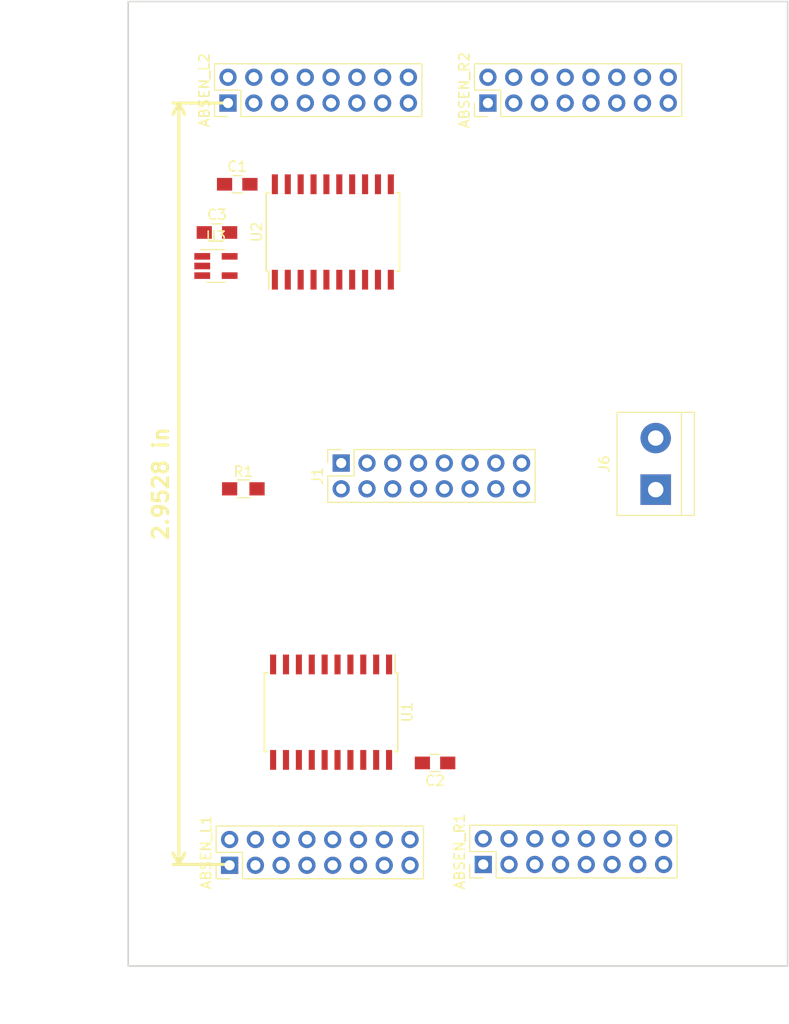
<source format=kicad_pcb>
(kicad_pcb (version 4) (host pcbnew 4.0.7)

  (general
    (links 87)
    (no_connects 42)
    (area 72.150001 44.924999 140.075001 140.075001)
    (thickness 1.6)
    (drawings 7)
    (tracks 7)
    (zones 0)
    (modules 13)
    (nets 48)
  )

  (page A4)
  (layers
    (0 F.Cu signal)
    (31 B.Cu signal)
    (32 B.Adhes user)
    (33 F.Adhes user)
    (34 B.Paste user)
    (35 F.Paste user)
    (36 B.SilkS user)
    (37 F.SilkS user)
    (38 B.Mask user)
    (39 F.Mask user)
    (40 Dwgs.User user)
    (41 Cmts.User user)
    (42 Eco1.User user)
    (43 Eco2.User user)
    (44 Edge.Cuts user)
    (45 Margin user)
    (46 B.CrtYd user)
    (47 F.CrtYd user)
    (48 B.Fab user)
    (49 F.Fab user)
  )

  (setup
    (last_trace_width 0.25)
    (trace_clearance 0.3)
    (zone_clearance 0.508)
    (zone_45_only no)
    (trace_min 0.2)
    (segment_width 0.2)
    (edge_width 0.15)
    (via_size 0.7)
    (via_drill 0.3)
    (via_min_size 0.4)
    (via_min_drill 0.3)
    (uvia_size 0.3)
    (uvia_drill 0.1)
    (uvias_allowed no)
    (uvia_min_size 0.2)
    (uvia_min_drill 0.1)
    (pcb_text_width 0.3)
    (pcb_text_size 1.5 1.5)
    (mod_edge_width 0.15)
    (mod_text_size 1 1)
    (mod_text_width 0.15)
    (pad_size 1.524 1.524)
    (pad_drill 0.762)
    (pad_to_mask_clearance 0.2)
    (aux_axis_origin 75 45)
    (visible_elements 7FFFFFFF)
    (pcbplotparams
      (layerselection 0x00030_80000001)
      (usegerberextensions false)
      (excludeedgelayer true)
      (linewidth 0.100000)
      (plotframeref false)
      (viasonmask false)
      (mode 1)
      (useauxorigin false)
      (hpglpennumber 1)
      (hpglpenspeed 20)
      (hpglpendiameter 15)
      (hpglpenoverlay 2)
      (psnegative false)
      (psa4output false)
      (plotreference true)
      (plotvalue true)
      (plotinvisibletext false)
      (padsonsilk false)
      (subtractmaskfromsilk false)
      (outputformat 1)
      (mirror false)
      (drillshape 1)
      (scaleselection 1)
      (outputdirectory ""))
  )

  (net 0 "")
  (net 1 GND)
  (net 2 "Net-(J1-Pad11)")
  (net 3 /R1)
  (net 4 /G1)
  (net 5 /B1)
  (net 6 /A)
  (net 7 /B)
  (net 8 /C)
  (net 9 /CLK1)
  (net 10 /LATCH1)
  (net 11 /OE1)
  (net 12 +5V)
  (net 13 /CLK2)
  (net 14 /LATCH2)
  (net 15 /OE2)
  (net 16 /R2)
  (net 17 /G2)
  (net 18 /B2)
  (net 19 /LATCH)
  (net 20 /CLK)
  (net 21 /OE)
  (net 22 /LOW)
  (net 23 "Net-(U1-Pad5)")
  (net 24 "Net-(U1-Pad6)")
  (net 25 "Net-(U1-Pad7)")
  (net 26 "Net-(U1-Pad8)")
  (net 27 "Net-(U1-Pad9)")
  (net 28 "Net-(U1-Pad11)")
  (net 29 "Net-(U1-Pad12)")
  (net 30 "Net-(U1-Pad13)")
  (net 31 "Net-(U1-Pad14)")
  (net 32 "Net-(U1-Pad15)")
  (net 33 "Net-(U2-Pad5)")
  (net 34 "Net-(U2-Pad6)")
  (net 35 "Net-(U2-Pad7)")
  (net 36 "Net-(U2-Pad8)")
  (net 37 "Net-(U2-Pad9)")
  (net 38 "Net-(U2-Pad11)")
  (net 39 "Net-(U2-Pad12)")
  (net 40 "Net-(U2-Pad13)")
  (net 41 "Net-(U2-Pad14)")
  (net 42 "Net-(U2-Pad15)")
  (net 43 "Net-(U2-Pad19)")
  (net 44 "Net-(ABSEN_L1-Pad7)")
  (net 45 "Net-(ABSEN_L2-Pad7)")
  (net 46 "Net-(ABSEN_R1-Pad7)")
  (net 47 "Net-(ABSEN_R2-Pad7)")

  (net_class Default "This is the default net class."
    (clearance 0.3)
    (trace_width 0.25)
    (via_dia 0.7)
    (via_drill 0.3)
    (uvia_dia 0.3)
    (uvia_drill 0.1)
    (add_net /A)
    (add_net /B)
    (add_net /B1)
    (add_net /B2)
    (add_net /C)
    (add_net /CLK)
    (add_net /CLK1)
    (add_net /CLK2)
    (add_net /G1)
    (add_net /G2)
    (add_net /LATCH)
    (add_net /LATCH1)
    (add_net /LATCH2)
    (add_net /LOW)
    (add_net /OE)
    (add_net /OE1)
    (add_net /OE2)
    (add_net /R1)
    (add_net /R2)
    (add_net "Net-(ABSEN_L1-Pad7)")
    (add_net "Net-(ABSEN_L2-Pad7)")
    (add_net "Net-(ABSEN_R1-Pad7)")
    (add_net "Net-(ABSEN_R2-Pad7)")
    (add_net "Net-(J1-Pad11)")
    (add_net "Net-(U1-Pad11)")
    (add_net "Net-(U1-Pad12)")
    (add_net "Net-(U1-Pad13)")
    (add_net "Net-(U1-Pad14)")
    (add_net "Net-(U1-Pad15)")
    (add_net "Net-(U1-Pad5)")
    (add_net "Net-(U1-Pad6)")
    (add_net "Net-(U1-Pad7)")
    (add_net "Net-(U1-Pad8)")
    (add_net "Net-(U1-Pad9)")
    (add_net "Net-(U2-Pad11)")
    (add_net "Net-(U2-Pad12)")
    (add_net "Net-(U2-Pad13)")
    (add_net "Net-(U2-Pad14)")
    (add_net "Net-(U2-Pad15)")
    (add_net "Net-(U2-Pad19)")
    (add_net "Net-(U2-Pad5)")
    (add_net "Net-(U2-Pad6)")
    (add_net "Net-(U2-Pad7)")
    (add_net "Net-(U2-Pad8)")
    (add_net "Net-(U2-Pad9)")
  )

  (net_class PWR ""
    (clearance 0.3)
    (trace_width 0.5)
    (via_dia 0.7)
    (via_drill 0.3)
    (uvia_dia 0.3)
    (uvia_drill 0.1)
    (add_net +5V)
    (add_net GND)
  )

  (module Pin_Headers:Pin_Header_Straight_2x08_Pitch2.54mm (layer F.Cu) (tedit 59650532) (tstamp 5A8EE4F7)
    (at 110 130 90)
    (descr "Through hole straight pin header, 2x08, 2.54mm pitch, double rows")
    (tags "Through hole pin header THT 2x08 2.54mm double row")
    (path /5A8EFB27)
    (fp_text reference ABSEN_R1 (at 1.27 -2.33 90) (layer F.SilkS)
      (effects (font (size 1 1) (thickness 0.15)))
    )
    (fp_text value ABSEN_OUT (at 1.27 20.11 90) (layer F.Fab)
      (effects (font (size 1 1) (thickness 0.15)))
    )
    (fp_line (start 0 -1.27) (end 3.81 -1.27) (layer F.Fab) (width 0.1))
    (fp_line (start 3.81 -1.27) (end 3.81 19.05) (layer F.Fab) (width 0.1))
    (fp_line (start 3.81 19.05) (end -1.27 19.05) (layer F.Fab) (width 0.1))
    (fp_line (start -1.27 19.05) (end -1.27 0) (layer F.Fab) (width 0.1))
    (fp_line (start -1.27 0) (end 0 -1.27) (layer F.Fab) (width 0.1))
    (fp_line (start -1.33 19.11) (end 3.87 19.11) (layer F.SilkS) (width 0.12))
    (fp_line (start -1.33 1.27) (end -1.33 19.11) (layer F.SilkS) (width 0.12))
    (fp_line (start 3.87 -1.33) (end 3.87 19.11) (layer F.SilkS) (width 0.12))
    (fp_line (start -1.33 1.27) (end 1.27 1.27) (layer F.SilkS) (width 0.12))
    (fp_line (start 1.27 1.27) (end 1.27 -1.33) (layer F.SilkS) (width 0.12))
    (fp_line (start 1.27 -1.33) (end 3.87 -1.33) (layer F.SilkS) (width 0.12))
    (fp_line (start -1.33 0) (end -1.33 -1.33) (layer F.SilkS) (width 0.12))
    (fp_line (start -1.33 -1.33) (end 0 -1.33) (layer F.SilkS) (width 0.12))
    (fp_line (start -1.8 -1.8) (end -1.8 19.55) (layer F.CrtYd) (width 0.05))
    (fp_line (start -1.8 19.55) (end 4.35 19.55) (layer F.CrtYd) (width 0.05))
    (fp_line (start 4.35 19.55) (end 4.35 -1.8) (layer F.CrtYd) (width 0.05))
    (fp_line (start 4.35 -1.8) (end -1.8 -1.8) (layer F.CrtYd) (width 0.05))
    (fp_text user %R (at 1.27 8.89 180) (layer F.Fab)
      (effects (font (size 1 1) (thickness 0.15)))
    )
    (pad 1 thru_hole rect (at 0 0 90) (size 1.7 1.7) (drill 1) (layers *.Cu *.Mask)
      (net 16 /R2))
    (pad 2 thru_hole oval (at 2.54 0 90) (size 1.7 1.7) (drill 1) (layers *.Cu *.Mask)
      (net 17 /G2))
    (pad 3 thru_hole oval (at 0 2.54 90) (size 1.7 1.7) (drill 1) (layers *.Cu *.Mask)
      (net 18 /B2))
    (pad 4 thru_hole oval (at 2.54 2.54 90) (size 1.7 1.7) (drill 1) (layers *.Cu *.Mask)
      (net 1 GND))
    (pad 5 thru_hole oval (at 0 5.08 90) (size 1.7 1.7) (drill 1) (layers *.Cu *.Mask)
      (net 6 /A))
    (pad 6 thru_hole oval (at 2.54 5.08 90) (size 1.7 1.7) (drill 1) (layers *.Cu *.Mask)
      (net 7 /B))
    (pad 7 thru_hole oval (at 0 7.62 90) (size 1.7 1.7) (drill 1) (layers *.Cu *.Mask)
      (net 46 "Net-(ABSEN_R1-Pad7)"))
    (pad 8 thru_hole oval (at 2.54 7.62 90) (size 1.7 1.7) (drill 1) (layers *.Cu *.Mask)
      (net 9 /CLK1))
    (pad 9 thru_hole oval (at 0 10.16 90) (size 1.7 1.7) (drill 1) (layers *.Cu *.Mask)
      (net 10 /LATCH1))
    (pad 10 thru_hole oval (at 2.54 10.16 90) (size 1.7 1.7) (drill 1) (layers *.Cu *.Mask)
      (net 11 /OE1))
    (pad 11 thru_hole oval (at 0 12.7 90) (size 1.7 1.7) (drill 1) (layers *.Cu *.Mask)
      (net 12 +5V))
    (pad 12 thru_hole oval (at 2.54 12.7 90) (size 1.7 1.7) (drill 1) (layers *.Cu *.Mask)
      (net 1 GND))
    (pad 13 thru_hole oval (at 0 15.24 90) (size 1.7 1.7) (drill 1) (layers *.Cu *.Mask)
      (net 12 +5V))
    (pad 14 thru_hole oval (at 2.54 15.24 90) (size 1.7 1.7) (drill 1) (layers *.Cu *.Mask)
      (net 1 GND))
    (pad 15 thru_hole oval (at 0 17.78 90) (size 1.7 1.7) (drill 1) (layers *.Cu *.Mask)
      (net 12 +5V))
    (pad 16 thru_hole oval (at 2.54 17.78 90) (size 1.7 1.7) (drill 1) (layers *.Cu *.Mask)
      (net 1 GND))
    (model ${KISYS3DMOD}/Pin_Headers.3dshapes/Pin_Header_Straight_2x08_Pitch2.54mm.wrl
      (at (xyz 0 0 0))
      (scale (xyz 1 1 1))
      (rotate (xyz 0 0 0))
    )
  )

  (module Pin_Headers:Pin_Header_Straight_2x08_Pitch2.54mm (layer F.Cu) (tedit 59650532) (tstamp 5A8EE4AB)
    (at 85 130.08 90)
    (descr "Through hole straight pin header, 2x08, 2.54mm pitch, double rows")
    (tags "Through hole pin header THT 2x08 2.54mm double row")
    (path /5A8EF60A)
    (fp_text reference ABSEN_L1 (at 1.27 -2.33 90) (layer F.SilkS)
      (effects (font (size 1 1) (thickness 0.15)))
    )
    (fp_text value ABSEN_OUT (at 1.27 20.11 90) (layer F.Fab)
      (effects (font (size 1 1) (thickness 0.15)))
    )
    (fp_line (start 0 -1.27) (end 3.81 -1.27) (layer F.Fab) (width 0.1))
    (fp_line (start 3.81 -1.27) (end 3.81 19.05) (layer F.Fab) (width 0.1))
    (fp_line (start 3.81 19.05) (end -1.27 19.05) (layer F.Fab) (width 0.1))
    (fp_line (start -1.27 19.05) (end -1.27 0) (layer F.Fab) (width 0.1))
    (fp_line (start -1.27 0) (end 0 -1.27) (layer F.Fab) (width 0.1))
    (fp_line (start -1.33 19.11) (end 3.87 19.11) (layer F.SilkS) (width 0.12))
    (fp_line (start -1.33 1.27) (end -1.33 19.11) (layer F.SilkS) (width 0.12))
    (fp_line (start 3.87 -1.33) (end 3.87 19.11) (layer F.SilkS) (width 0.12))
    (fp_line (start -1.33 1.27) (end 1.27 1.27) (layer F.SilkS) (width 0.12))
    (fp_line (start 1.27 1.27) (end 1.27 -1.33) (layer F.SilkS) (width 0.12))
    (fp_line (start 1.27 -1.33) (end 3.87 -1.33) (layer F.SilkS) (width 0.12))
    (fp_line (start -1.33 0) (end -1.33 -1.33) (layer F.SilkS) (width 0.12))
    (fp_line (start -1.33 -1.33) (end 0 -1.33) (layer F.SilkS) (width 0.12))
    (fp_line (start -1.8 -1.8) (end -1.8 19.55) (layer F.CrtYd) (width 0.05))
    (fp_line (start -1.8 19.55) (end 4.35 19.55) (layer F.CrtYd) (width 0.05))
    (fp_line (start 4.35 19.55) (end 4.35 -1.8) (layer F.CrtYd) (width 0.05))
    (fp_line (start 4.35 -1.8) (end -1.8 -1.8) (layer F.CrtYd) (width 0.05))
    (fp_text user %R (at 1.27 8.89 180) (layer F.Fab)
      (effects (font (size 1 1) (thickness 0.15)))
    )
    (pad 1 thru_hole rect (at 0 0 90) (size 1.7 1.7) (drill 1) (layers *.Cu *.Mask)
      (net 3 /R1))
    (pad 2 thru_hole oval (at 2.54 0 90) (size 1.7 1.7) (drill 1) (layers *.Cu *.Mask)
      (net 4 /G1))
    (pad 3 thru_hole oval (at 0 2.54 90) (size 1.7 1.7) (drill 1) (layers *.Cu *.Mask)
      (net 5 /B1))
    (pad 4 thru_hole oval (at 2.54 2.54 90) (size 1.7 1.7) (drill 1) (layers *.Cu *.Mask)
      (net 1 GND))
    (pad 5 thru_hole oval (at 0 5.08 90) (size 1.7 1.7) (drill 1) (layers *.Cu *.Mask)
      (net 6 /A))
    (pad 6 thru_hole oval (at 2.54 5.08 90) (size 1.7 1.7) (drill 1) (layers *.Cu *.Mask)
      (net 7 /B))
    (pad 7 thru_hole oval (at 0 7.62 90) (size 1.7 1.7) (drill 1) (layers *.Cu *.Mask)
      (net 44 "Net-(ABSEN_L1-Pad7)"))
    (pad 8 thru_hole oval (at 2.54 7.62 90) (size 1.7 1.7) (drill 1) (layers *.Cu *.Mask)
      (net 9 /CLK1))
    (pad 9 thru_hole oval (at 0 10.16 90) (size 1.7 1.7) (drill 1) (layers *.Cu *.Mask)
      (net 10 /LATCH1))
    (pad 10 thru_hole oval (at 2.54 10.16 90) (size 1.7 1.7) (drill 1) (layers *.Cu *.Mask)
      (net 11 /OE1))
    (pad 11 thru_hole oval (at 0 12.7 90) (size 1.7 1.7) (drill 1) (layers *.Cu *.Mask)
      (net 12 +5V))
    (pad 12 thru_hole oval (at 2.54 12.7 90) (size 1.7 1.7) (drill 1) (layers *.Cu *.Mask)
      (net 1 GND))
    (pad 13 thru_hole oval (at 0 15.24 90) (size 1.7 1.7) (drill 1) (layers *.Cu *.Mask)
      (net 12 +5V))
    (pad 14 thru_hole oval (at 2.54 15.24 90) (size 1.7 1.7) (drill 1) (layers *.Cu *.Mask)
      (net 1 GND))
    (pad 15 thru_hole oval (at 0 17.78 90) (size 1.7 1.7) (drill 1) (layers *.Cu *.Mask)
      (net 12 +5V))
    (pad 16 thru_hole oval (at 2.54 17.78 90) (size 1.7 1.7) (drill 1) (layers *.Cu *.Mask)
      (net 1 GND))
    (model ${KISYS3DMOD}/Pin_Headers.3dshapes/Pin_Header_Straight_2x08_Pitch2.54mm.wrl
      (at (xyz 0 0 0))
      (scale (xyz 1 1 1))
      (rotate (xyz 0 0 0))
    )
  )

  (module Pin_Headers:Pin_Header_Straight_2x08_Pitch2.54mm (layer F.Cu) (tedit 59650532) (tstamp 5A8EE51D)
    (at 110.46 55 90)
    (descr "Through hole straight pin header, 2x08, 2.54mm pitch, double rows")
    (tags "Through hole pin header THT 2x08 2.54mm double row")
    (path /5A8EFBE2)
    (fp_text reference ABSEN_R2 (at 1.27 -2.33 90) (layer F.SilkS)
      (effects (font (size 1 1) (thickness 0.15)))
    )
    (fp_text value ABSEN_OUT (at 1.27 20.11 90) (layer F.Fab)
      (effects (font (size 1 1) (thickness 0.15)))
    )
    (fp_line (start 0 -1.27) (end 3.81 -1.27) (layer F.Fab) (width 0.1))
    (fp_line (start 3.81 -1.27) (end 3.81 19.05) (layer F.Fab) (width 0.1))
    (fp_line (start 3.81 19.05) (end -1.27 19.05) (layer F.Fab) (width 0.1))
    (fp_line (start -1.27 19.05) (end -1.27 0) (layer F.Fab) (width 0.1))
    (fp_line (start -1.27 0) (end 0 -1.27) (layer F.Fab) (width 0.1))
    (fp_line (start -1.33 19.11) (end 3.87 19.11) (layer F.SilkS) (width 0.12))
    (fp_line (start -1.33 1.27) (end -1.33 19.11) (layer F.SilkS) (width 0.12))
    (fp_line (start 3.87 -1.33) (end 3.87 19.11) (layer F.SilkS) (width 0.12))
    (fp_line (start -1.33 1.27) (end 1.27 1.27) (layer F.SilkS) (width 0.12))
    (fp_line (start 1.27 1.27) (end 1.27 -1.33) (layer F.SilkS) (width 0.12))
    (fp_line (start 1.27 -1.33) (end 3.87 -1.33) (layer F.SilkS) (width 0.12))
    (fp_line (start -1.33 0) (end -1.33 -1.33) (layer F.SilkS) (width 0.12))
    (fp_line (start -1.33 -1.33) (end 0 -1.33) (layer F.SilkS) (width 0.12))
    (fp_line (start -1.8 -1.8) (end -1.8 19.55) (layer F.CrtYd) (width 0.05))
    (fp_line (start -1.8 19.55) (end 4.35 19.55) (layer F.CrtYd) (width 0.05))
    (fp_line (start 4.35 19.55) (end 4.35 -1.8) (layer F.CrtYd) (width 0.05))
    (fp_line (start 4.35 -1.8) (end -1.8 -1.8) (layer F.CrtYd) (width 0.05))
    (fp_text user %R (at 1.27 8.89 180) (layer F.Fab)
      (effects (font (size 1 1) (thickness 0.15)))
    )
    (pad 1 thru_hole rect (at 0 0 90) (size 1.7 1.7) (drill 1) (layers *.Cu *.Mask)
      (net 16 /R2))
    (pad 2 thru_hole oval (at 2.54 0 90) (size 1.7 1.7) (drill 1) (layers *.Cu *.Mask)
      (net 17 /G2))
    (pad 3 thru_hole oval (at 0 2.54 90) (size 1.7 1.7) (drill 1) (layers *.Cu *.Mask)
      (net 18 /B2))
    (pad 4 thru_hole oval (at 2.54 2.54 90) (size 1.7 1.7) (drill 1) (layers *.Cu *.Mask)
      (net 1 GND))
    (pad 5 thru_hole oval (at 0 5.08 90) (size 1.7 1.7) (drill 1) (layers *.Cu *.Mask)
      (net 6 /A))
    (pad 6 thru_hole oval (at 2.54 5.08 90) (size 1.7 1.7) (drill 1) (layers *.Cu *.Mask)
      (net 7 /B))
    (pad 7 thru_hole oval (at 0 7.62 90) (size 1.7 1.7) (drill 1) (layers *.Cu *.Mask)
      (net 47 "Net-(ABSEN_R2-Pad7)"))
    (pad 8 thru_hole oval (at 2.54 7.62 90) (size 1.7 1.7) (drill 1) (layers *.Cu *.Mask)
      (net 13 /CLK2))
    (pad 9 thru_hole oval (at 0 10.16 90) (size 1.7 1.7) (drill 1) (layers *.Cu *.Mask)
      (net 14 /LATCH2))
    (pad 10 thru_hole oval (at 2.54 10.16 90) (size 1.7 1.7) (drill 1) (layers *.Cu *.Mask)
      (net 15 /OE2))
    (pad 11 thru_hole oval (at 0 12.7 90) (size 1.7 1.7) (drill 1) (layers *.Cu *.Mask)
      (net 12 +5V))
    (pad 12 thru_hole oval (at 2.54 12.7 90) (size 1.7 1.7) (drill 1) (layers *.Cu *.Mask)
      (net 1 GND))
    (pad 13 thru_hole oval (at 0 15.24 90) (size 1.7 1.7) (drill 1) (layers *.Cu *.Mask)
      (net 12 +5V))
    (pad 14 thru_hole oval (at 2.54 15.24 90) (size 1.7 1.7) (drill 1) (layers *.Cu *.Mask)
      (net 1 GND))
    (pad 15 thru_hole oval (at 0 17.78 90) (size 1.7 1.7) (drill 1) (layers *.Cu *.Mask)
      (net 12 +5V))
    (pad 16 thru_hole oval (at 2.54 17.78 90) (size 1.7 1.7) (drill 1) (layers *.Cu *.Mask)
      (net 1 GND))
    (model ${KISYS3DMOD}/Pin_Headers.3dshapes/Pin_Header_Straight_2x08_Pitch2.54mm.wrl
      (at (xyz 0 0 0))
      (scale (xyz 1 1 1))
      (rotate (xyz 0 0 0))
    )
  )

  (module Pin_Headers:Pin_Header_Straight_2x08_Pitch2.54mm locked (layer F.Cu) (tedit 59650532) (tstamp 5A8EE4D1)
    (at 84.84 55 90)
    (descr "Through hole straight pin header, 2x08, 2.54mm pitch, double rows")
    (tags "Through hole pin header THT 2x08 2.54mm double row")
    (path /5A8EF822)
    (fp_text reference ABSEN_L2 (at 1.27 -2.33 90) (layer F.SilkS)
      (effects (font (size 1 1) (thickness 0.15)))
    )
    (fp_text value ABSEN_OUT (at 1.27 20.11 90) (layer F.Fab)
      (effects (font (size 1 1) (thickness 0.15)))
    )
    (fp_line (start 0 -1.27) (end 3.81 -1.27) (layer F.Fab) (width 0.1))
    (fp_line (start 3.81 -1.27) (end 3.81 19.05) (layer F.Fab) (width 0.1))
    (fp_line (start 3.81 19.05) (end -1.27 19.05) (layer F.Fab) (width 0.1))
    (fp_line (start -1.27 19.05) (end -1.27 0) (layer F.Fab) (width 0.1))
    (fp_line (start -1.27 0) (end 0 -1.27) (layer F.Fab) (width 0.1))
    (fp_line (start -1.33 19.11) (end 3.87 19.11) (layer F.SilkS) (width 0.12))
    (fp_line (start -1.33 1.27) (end -1.33 19.11) (layer F.SilkS) (width 0.12))
    (fp_line (start 3.87 -1.33) (end 3.87 19.11) (layer F.SilkS) (width 0.12))
    (fp_line (start -1.33 1.27) (end 1.27 1.27) (layer F.SilkS) (width 0.12))
    (fp_line (start 1.27 1.27) (end 1.27 -1.33) (layer F.SilkS) (width 0.12))
    (fp_line (start 1.27 -1.33) (end 3.87 -1.33) (layer F.SilkS) (width 0.12))
    (fp_line (start -1.33 0) (end -1.33 -1.33) (layer F.SilkS) (width 0.12))
    (fp_line (start -1.33 -1.33) (end 0 -1.33) (layer F.SilkS) (width 0.12))
    (fp_line (start -1.8 -1.8) (end -1.8 19.55) (layer F.CrtYd) (width 0.05))
    (fp_line (start -1.8 19.55) (end 4.35 19.55) (layer F.CrtYd) (width 0.05))
    (fp_line (start 4.35 19.55) (end 4.35 -1.8) (layer F.CrtYd) (width 0.05))
    (fp_line (start 4.35 -1.8) (end -1.8 -1.8) (layer F.CrtYd) (width 0.05))
    (fp_text user %R (at 1.27 8.89 180) (layer F.Fab)
      (effects (font (size 1 1) (thickness 0.15)))
    )
    (pad 1 thru_hole rect (at 0 0 90) (size 1.7 1.7) (drill 1) (layers *.Cu *.Mask)
      (net 3 /R1))
    (pad 2 thru_hole oval (at 2.54 0 90) (size 1.7 1.7) (drill 1) (layers *.Cu *.Mask)
      (net 4 /G1))
    (pad 3 thru_hole oval (at 0 2.54 90) (size 1.7 1.7) (drill 1) (layers *.Cu *.Mask)
      (net 5 /B1))
    (pad 4 thru_hole oval (at 2.54 2.54 90) (size 1.7 1.7) (drill 1) (layers *.Cu *.Mask)
      (net 1 GND))
    (pad 5 thru_hole oval (at 0 5.08 90) (size 1.7 1.7) (drill 1) (layers *.Cu *.Mask)
      (net 6 /A))
    (pad 6 thru_hole oval (at 2.54 5.08 90) (size 1.7 1.7) (drill 1) (layers *.Cu *.Mask)
      (net 7 /B))
    (pad 7 thru_hole oval (at 0 7.62 90) (size 1.7 1.7) (drill 1) (layers *.Cu *.Mask)
      (net 45 "Net-(ABSEN_L2-Pad7)"))
    (pad 8 thru_hole oval (at 2.54 7.62 90) (size 1.7 1.7) (drill 1) (layers *.Cu *.Mask)
      (net 13 /CLK2))
    (pad 9 thru_hole oval (at 0 10.16 90) (size 1.7 1.7) (drill 1) (layers *.Cu *.Mask)
      (net 14 /LATCH2))
    (pad 10 thru_hole oval (at 2.54 10.16 90) (size 1.7 1.7) (drill 1) (layers *.Cu *.Mask)
      (net 15 /OE2))
    (pad 11 thru_hole oval (at 0 12.7 90) (size 1.7 1.7) (drill 1) (layers *.Cu *.Mask)
      (net 12 +5V))
    (pad 12 thru_hole oval (at 2.54 12.7 90) (size 1.7 1.7) (drill 1) (layers *.Cu *.Mask)
      (net 1 GND))
    (pad 13 thru_hole oval (at 0 15.24 90) (size 1.7 1.7) (drill 1) (layers *.Cu *.Mask)
      (net 12 +5V))
    (pad 14 thru_hole oval (at 2.54 15.24 90) (size 1.7 1.7) (drill 1) (layers *.Cu *.Mask)
      (net 1 GND))
    (pad 15 thru_hole oval (at 0 17.78 90) (size 1.7 1.7) (drill 1) (layers *.Cu *.Mask)
      (net 12 +5V))
    (pad 16 thru_hole oval (at 2.54 17.78 90) (size 1.7 1.7) (drill 1) (layers *.Cu *.Mask)
      (net 1 GND))
    (model ${KISYS3DMOD}/Pin_Headers.3dshapes/Pin_Header_Straight_2x08_Pitch2.54mm.wrl
      (at (xyz 0 0 0))
      (scale (xyz 1 1 1))
      (rotate (xyz 0 0 0))
    )
  )

  (module Capacitors_SMD:C_0805_HandSoldering (layer F.Cu) (tedit 58AA84A8) (tstamp 5A8EE52E)
    (at 85.75 63)
    (descr "Capacitor SMD 0805, hand soldering")
    (tags "capacitor 0805")
    (path /5A90556B)
    (attr smd)
    (fp_text reference C1 (at 0 -1.75) (layer F.SilkS)
      (effects (font (size 1 1) (thickness 0.15)))
    )
    (fp_text value 100n (at 0 1.75) (layer F.Fab)
      (effects (font (size 1 1) (thickness 0.15)))
    )
    (fp_text user %R (at 0 -1.75) (layer F.Fab)
      (effects (font (size 1 1) (thickness 0.15)))
    )
    (fp_line (start -1 0.62) (end -1 -0.62) (layer F.Fab) (width 0.1))
    (fp_line (start 1 0.62) (end -1 0.62) (layer F.Fab) (width 0.1))
    (fp_line (start 1 -0.62) (end 1 0.62) (layer F.Fab) (width 0.1))
    (fp_line (start -1 -0.62) (end 1 -0.62) (layer F.Fab) (width 0.1))
    (fp_line (start 0.5 -0.85) (end -0.5 -0.85) (layer F.SilkS) (width 0.12))
    (fp_line (start -0.5 0.85) (end 0.5 0.85) (layer F.SilkS) (width 0.12))
    (fp_line (start -2.25 -0.88) (end 2.25 -0.88) (layer F.CrtYd) (width 0.05))
    (fp_line (start -2.25 -0.88) (end -2.25 0.87) (layer F.CrtYd) (width 0.05))
    (fp_line (start 2.25 0.87) (end 2.25 -0.88) (layer F.CrtYd) (width 0.05))
    (fp_line (start 2.25 0.87) (end -2.25 0.87) (layer F.CrtYd) (width 0.05))
    (pad 1 smd rect (at -1.25 0) (size 1.5 1.25) (layers F.Cu F.Paste F.Mask)
      (net 1 GND))
    (pad 2 smd rect (at 1.25 0) (size 1.5 1.25) (layers F.Cu F.Paste F.Mask)
      (net 12 +5V))
    (model Capacitors_SMD.3dshapes/C_0805.wrl
      (at (xyz 0 0 0))
      (scale (xyz 1 1 1))
      (rotate (xyz 0 0 0))
    )
  )

  (module Capacitors_SMD:C_0805_HandSoldering (layer F.Cu) (tedit 58AA84A8) (tstamp 5A8EE53F)
    (at 105.25 120 180)
    (descr "Capacitor SMD 0805, hand soldering")
    (tags "capacitor 0805")
    (path /5A905210)
    (attr smd)
    (fp_text reference C2 (at 0 -1.75 180) (layer F.SilkS)
      (effects (font (size 1 1) (thickness 0.15)))
    )
    (fp_text value 100n (at 0 1.75 180) (layer F.Fab)
      (effects (font (size 1 1) (thickness 0.15)))
    )
    (fp_text user %R (at 0 -1.75 180) (layer F.Fab)
      (effects (font (size 1 1) (thickness 0.15)))
    )
    (fp_line (start -1 0.62) (end -1 -0.62) (layer F.Fab) (width 0.1))
    (fp_line (start 1 0.62) (end -1 0.62) (layer F.Fab) (width 0.1))
    (fp_line (start 1 -0.62) (end 1 0.62) (layer F.Fab) (width 0.1))
    (fp_line (start -1 -0.62) (end 1 -0.62) (layer F.Fab) (width 0.1))
    (fp_line (start 0.5 -0.85) (end -0.5 -0.85) (layer F.SilkS) (width 0.12))
    (fp_line (start -0.5 0.85) (end 0.5 0.85) (layer F.SilkS) (width 0.12))
    (fp_line (start -2.25 -0.88) (end 2.25 -0.88) (layer F.CrtYd) (width 0.05))
    (fp_line (start -2.25 -0.88) (end -2.25 0.87) (layer F.CrtYd) (width 0.05))
    (fp_line (start 2.25 0.87) (end 2.25 -0.88) (layer F.CrtYd) (width 0.05))
    (fp_line (start 2.25 0.87) (end -2.25 0.87) (layer F.CrtYd) (width 0.05))
    (pad 1 smd rect (at -1.25 0 180) (size 1.5 1.25) (layers F.Cu F.Paste F.Mask)
      (net 1 GND))
    (pad 2 smd rect (at 1.25 0 180) (size 1.5 1.25) (layers F.Cu F.Paste F.Mask)
      (net 12 +5V))
    (model Capacitors_SMD.3dshapes/C_0805.wrl
      (at (xyz 0 0 0))
      (scale (xyz 1 1 1))
      (rotate (xyz 0 0 0))
    )
  )

  (module Capacitors_SMD:C_0805_HandSoldering (layer F.Cu) (tedit 58AA84A8) (tstamp 5A8EE550)
    (at 83.75 67.75)
    (descr "Capacitor SMD 0805, hand soldering")
    (tags "capacitor 0805")
    (path /5A906203)
    (attr smd)
    (fp_text reference C3 (at 0 -1.75) (layer F.SilkS)
      (effects (font (size 1 1) (thickness 0.15)))
    )
    (fp_text value 100n (at 0 1.75) (layer F.Fab)
      (effects (font (size 1 1) (thickness 0.15)))
    )
    (fp_text user %R (at 0 -1.75) (layer F.Fab)
      (effects (font (size 1 1) (thickness 0.15)))
    )
    (fp_line (start -1 0.62) (end -1 -0.62) (layer F.Fab) (width 0.1))
    (fp_line (start 1 0.62) (end -1 0.62) (layer F.Fab) (width 0.1))
    (fp_line (start 1 -0.62) (end 1 0.62) (layer F.Fab) (width 0.1))
    (fp_line (start -1 -0.62) (end 1 -0.62) (layer F.Fab) (width 0.1))
    (fp_line (start 0.5 -0.85) (end -0.5 -0.85) (layer F.SilkS) (width 0.12))
    (fp_line (start -0.5 0.85) (end 0.5 0.85) (layer F.SilkS) (width 0.12))
    (fp_line (start -2.25 -0.88) (end 2.25 -0.88) (layer F.CrtYd) (width 0.05))
    (fp_line (start -2.25 -0.88) (end -2.25 0.87) (layer F.CrtYd) (width 0.05))
    (fp_line (start 2.25 0.87) (end 2.25 -0.88) (layer F.CrtYd) (width 0.05))
    (fp_line (start 2.25 0.87) (end -2.25 0.87) (layer F.CrtYd) (width 0.05))
    (pad 1 smd rect (at -1.25 0) (size 1.5 1.25) (layers F.Cu F.Paste F.Mask)
      (net 1 GND))
    (pad 2 smd rect (at 1.25 0) (size 1.5 1.25) (layers F.Cu F.Paste F.Mask)
      (net 12 +5V))
    (model Capacitors_SMD.3dshapes/C_0805.wrl
      (at (xyz 0 0 0))
      (scale (xyz 1 1 1))
      (rotate (xyz 0 0 0))
    )
  )

  (module Socket_Strips:Socket_Strip_Straight_2x08_Pitch2.54mm (layer F.Cu) (tedit 58CD5449) (tstamp 5A8EE575)
    (at 96 90.46 90)
    (descr "Through hole straight socket strip, 2x08, 2.54mm pitch, double rows")
    (tags "Through hole socket strip THT 2x08 2.54mm double row")
    (path /5A8EC972)
    (fp_text reference J1 (at -1.27 -2.33 90) (layer F.SilkS)
      (effects (font (size 1 1) (thickness 0.15)))
    )
    (fp_text value HUB75_IN (at -1.27 20.11 90) (layer F.Fab)
      (effects (font (size 1 1) (thickness 0.15)))
    )
    (fp_line (start -3.81 -1.27) (end -3.81 19.05) (layer F.Fab) (width 0.1))
    (fp_line (start -3.81 19.05) (end 1.27 19.05) (layer F.Fab) (width 0.1))
    (fp_line (start 1.27 19.05) (end 1.27 -1.27) (layer F.Fab) (width 0.1))
    (fp_line (start 1.27 -1.27) (end -3.81 -1.27) (layer F.Fab) (width 0.1))
    (fp_line (start 1.33 1.27) (end 1.33 19.11) (layer F.SilkS) (width 0.12))
    (fp_line (start 1.33 19.11) (end -3.87 19.11) (layer F.SilkS) (width 0.12))
    (fp_line (start -3.87 19.11) (end -3.87 -1.33) (layer F.SilkS) (width 0.12))
    (fp_line (start -3.87 -1.33) (end -1.27 -1.33) (layer F.SilkS) (width 0.12))
    (fp_line (start -1.27 -1.33) (end -1.27 1.27) (layer F.SilkS) (width 0.12))
    (fp_line (start -1.27 1.27) (end 1.33 1.27) (layer F.SilkS) (width 0.12))
    (fp_line (start 1.33 0) (end 1.33 -1.33) (layer F.SilkS) (width 0.12))
    (fp_line (start 1.33 -1.33) (end 0.06 -1.33) (layer F.SilkS) (width 0.12))
    (fp_line (start -4.35 -1.8) (end -4.35 19.55) (layer F.CrtYd) (width 0.05))
    (fp_line (start -4.35 19.55) (end 1.8 19.55) (layer F.CrtYd) (width 0.05))
    (fp_line (start 1.8 19.55) (end 1.8 -1.8) (layer F.CrtYd) (width 0.05))
    (fp_line (start 1.8 -1.8) (end -4.35 -1.8) (layer F.CrtYd) (width 0.05))
    (fp_text user %R (at -1.27 -2.33 90) (layer F.Fab)
      (effects (font (size 1 1) (thickness 0.15)))
    )
    (pad 1 thru_hole rect (at 0 0 90) (size 1.7 1.7) (drill 1) (layers *.Cu *.Mask)
      (net 4 /G1))
    (pad 2 thru_hole oval (at -2.54 0 90) (size 1.7 1.7) (drill 1) (layers *.Cu *.Mask)
      (net 3 /R1))
    (pad 3 thru_hole oval (at 0 2.54 90) (size 1.7 1.7) (drill 1) (layers *.Cu *.Mask)
      (net 1 GND))
    (pad 4 thru_hole oval (at -2.54 2.54 90) (size 1.7 1.7) (drill 1) (layers *.Cu *.Mask)
      (net 5 /B1))
    (pad 5 thru_hole oval (at 0 5.08 90) (size 1.7 1.7) (drill 1) (layers *.Cu *.Mask)
      (net 17 /G2))
    (pad 6 thru_hole oval (at -2.54 5.08 90) (size 1.7 1.7) (drill 1) (layers *.Cu *.Mask)
      (net 16 /R2))
    (pad 7 thru_hole oval (at 0 7.62 90) (size 1.7 1.7) (drill 1) (layers *.Cu *.Mask)
      (net 1 GND))
    (pad 8 thru_hole oval (at -2.54 7.62 90) (size 1.7 1.7) (drill 1) (layers *.Cu *.Mask)
      (net 18 /B2))
    (pad 9 thru_hole oval (at 0 10.16 90) (size 1.7 1.7) (drill 1) (layers *.Cu *.Mask)
      (net 7 /B))
    (pad 10 thru_hole oval (at -2.54 10.16 90) (size 1.7 1.7) (drill 1) (layers *.Cu *.Mask)
      (net 6 /A))
    (pad 11 thru_hole oval (at 0 12.7 90) (size 1.7 1.7) (drill 1) (layers *.Cu *.Mask)
      (net 2 "Net-(J1-Pad11)"))
    (pad 12 thru_hole oval (at -2.54 12.7 90) (size 1.7 1.7) (drill 1) (layers *.Cu *.Mask)
      (net 8 /C))
    (pad 13 thru_hole oval (at 0 15.24 90) (size 1.7 1.7) (drill 1) (layers *.Cu *.Mask)
      (net 19 /LATCH))
    (pad 14 thru_hole oval (at -2.54 15.24 90) (size 1.7 1.7) (drill 1) (layers *.Cu *.Mask)
      (net 20 /CLK))
    (pad 15 thru_hole oval (at 0 17.78 90) (size 1.7 1.7) (drill 1) (layers *.Cu *.Mask)
      (net 1 GND))
    (pad 16 thru_hole oval (at -2.54 17.78 90) (size 1.7 1.7) (drill 1) (layers *.Cu *.Mask)
      (net 21 /OE))
    (model ${KISYS3DMOD}/Socket_Strips.3dshapes/Socket_Strip_Straight_2x08_Pitch2.54mm.wrl
      (at (xyz -0.05 -0.35 0))
      (scale (xyz 1 1 1))
      (rotate (xyz 0 0 270))
    )
  )

  (module Connectors_Terminal_Blocks:TerminalBlock_bornier-2_P5.08mm (layer F.Cu) (tedit 59FF03AB) (tstamp 5A8EE58A)
    (at 127 93.08 90)
    (descr "simple 2-pin terminal block, pitch 5.08mm, revamped version of bornier2")
    (tags "terminal block bornier2")
    (path /5A8E7552)
    (fp_text reference J6 (at 2.54 -5.08 90) (layer F.SilkS)
      (effects (font (size 1 1) (thickness 0.15)))
    )
    (fp_text value "PWR IN" (at 2.54 5.08 90) (layer F.Fab)
      (effects (font (size 1 1) (thickness 0.15)))
    )
    (fp_text user %R (at 2.54 0 90) (layer F.Fab)
      (effects (font (size 1 1) (thickness 0.15)))
    )
    (fp_line (start -2.41 2.55) (end 7.49 2.55) (layer F.Fab) (width 0.1))
    (fp_line (start -2.46 -3.75) (end -2.46 3.75) (layer F.Fab) (width 0.1))
    (fp_line (start -2.46 3.75) (end 7.54 3.75) (layer F.Fab) (width 0.1))
    (fp_line (start 7.54 3.75) (end 7.54 -3.75) (layer F.Fab) (width 0.1))
    (fp_line (start 7.54 -3.75) (end -2.46 -3.75) (layer F.Fab) (width 0.1))
    (fp_line (start 7.62 2.54) (end -2.54 2.54) (layer F.SilkS) (width 0.12))
    (fp_line (start 7.62 3.81) (end 7.62 -3.81) (layer F.SilkS) (width 0.12))
    (fp_line (start 7.62 -3.81) (end -2.54 -3.81) (layer F.SilkS) (width 0.12))
    (fp_line (start -2.54 -3.81) (end -2.54 3.81) (layer F.SilkS) (width 0.12))
    (fp_line (start -2.54 3.81) (end 7.62 3.81) (layer F.SilkS) (width 0.12))
    (fp_line (start -2.71 -4) (end 7.79 -4) (layer F.CrtYd) (width 0.05))
    (fp_line (start -2.71 -4) (end -2.71 4) (layer F.CrtYd) (width 0.05))
    (fp_line (start 7.79 4) (end 7.79 -4) (layer F.CrtYd) (width 0.05))
    (fp_line (start 7.79 4) (end -2.71 4) (layer F.CrtYd) (width 0.05))
    (pad 1 thru_hole rect (at 0 0 90) (size 3 3) (drill 1.52) (layers *.Cu *.Mask)
      (net 12 +5V))
    (pad 2 thru_hole circle (at 5.08 0 90) (size 3 3) (drill 1.52) (layers *.Cu *.Mask)
      (net 1 GND))
    (model ${KISYS3DMOD}/Terminal_Blocks.3dshapes/TerminalBlock_bornier-2_P5.08mm.wrl
      (at (xyz 0.1 0 0))
      (scale (xyz 1 1 1))
      (rotate (xyz 0 0 0))
    )
  )

  (module Resistors_SMD:R_0805_HandSoldering (layer F.Cu) (tedit 58E0A804) (tstamp 5A8EE59B)
    (at 86.35 93)
    (descr "Resistor SMD 0805, hand soldering")
    (tags "resistor 0805")
    (path /5A8FFC17)
    (attr smd)
    (fp_text reference R1 (at 0 -1.7) (layer F.SilkS)
      (effects (font (size 1 1) (thickness 0.15)))
    )
    (fp_text value 10k (at 0 1.75) (layer F.Fab)
      (effects (font (size 1 1) (thickness 0.15)))
    )
    (fp_text user %R (at 0 0) (layer F.Fab)
      (effects (font (size 0.5 0.5) (thickness 0.075)))
    )
    (fp_line (start -1 0.62) (end -1 -0.62) (layer F.Fab) (width 0.1))
    (fp_line (start 1 0.62) (end -1 0.62) (layer F.Fab) (width 0.1))
    (fp_line (start 1 -0.62) (end 1 0.62) (layer F.Fab) (width 0.1))
    (fp_line (start -1 -0.62) (end 1 -0.62) (layer F.Fab) (width 0.1))
    (fp_line (start 0.6 0.88) (end -0.6 0.88) (layer F.SilkS) (width 0.12))
    (fp_line (start -0.6 -0.88) (end 0.6 -0.88) (layer F.SilkS) (width 0.12))
    (fp_line (start -2.35 -0.9) (end 2.35 -0.9) (layer F.CrtYd) (width 0.05))
    (fp_line (start -2.35 -0.9) (end -2.35 0.9) (layer F.CrtYd) (width 0.05))
    (fp_line (start 2.35 0.9) (end 2.35 -0.9) (layer F.CrtYd) (width 0.05))
    (fp_line (start 2.35 0.9) (end -2.35 0.9) (layer F.CrtYd) (width 0.05))
    (pad 1 smd rect (at -1.35 0) (size 1.5 1.3) (layers F.Cu F.Paste F.Mask)
      (net 22 /LOW))
    (pad 2 smd rect (at 1.35 0) (size 1.5 1.3) (layers F.Cu F.Paste F.Mask)
      (net 1 GND))
    (model ${KISYS3DMOD}/Resistors_SMD.3dshapes/R_0805.wrl
      (at (xyz 0 0 0))
      (scale (xyz 1 1 1))
      (rotate (xyz 0 0 0))
    )
  )

  (module Housings_SOIC:SOIC-20W_7.5x12.8mm_Pitch1.27mm (layer F.Cu) (tedit 58CC8F64) (tstamp 5A8EE5C4)
    (at 95 115 270)
    (descr "20-Lead Plastic Small Outline (SO) - Wide, 7.50 mm Body [SOIC] (see Microchip Packaging Specification 00000049BS.pdf)")
    (tags "SOIC 1.27")
    (path /5A8E5692)
    (attr smd)
    (fp_text reference U1 (at 0 -7.5 270) (layer F.SilkS)
      (effects (font (size 1 1) (thickness 0.15)))
    )
    (fp_text value 74HC245 (at 0 7.5 270) (layer F.Fab)
      (effects (font (size 1 1) (thickness 0.15)))
    )
    (fp_text user %R (at 0 0 270) (layer F.Fab)
      (effects (font (size 1 1) (thickness 0.15)))
    )
    (fp_line (start -2.75 -6.4) (end 3.75 -6.4) (layer F.Fab) (width 0.15))
    (fp_line (start 3.75 -6.4) (end 3.75 6.4) (layer F.Fab) (width 0.15))
    (fp_line (start 3.75 6.4) (end -3.75 6.4) (layer F.Fab) (width 0.15))
    (fp_line (start -3.75 6.4) (end -3.75 -5.4) (layer F.Fab) (width 0.15))
    (fp_line (start -3.75 -5.4) (end -2.75 -6.4) (layer F.Fab) (width 0.15))
    (fp_line (start -5.95 -6.75) (end -5.95 6.75) (layer F.CrtYd) (width 0.05))
    (fp_line (start 5.95 -6.75) (end 5.95 6.75) (layer F.CrtYd) (width 0.05))
    (fp_line (start -5.95 -6.75) (end 5.95 -6.75) (layer F.CrtYd) (width 0.05))
    (fp_line (start -5.95 6.75) (end 5.95 6.75) (layer F.CrtYd) (width 0.05))
    (fp_line (start -3.875 -6.575) (end -3.875 -6.325) (layer F.SilkS) (width 0.15))
    (fp_line (start 3.875 -6.575) (end 3.875 -6.24) (layer F.SilkS) (width 0.15))
    (fp_line (start 3.875 6.575) (end 3.875 6.24) (layer F.SilkS) (width 0.15))
    (fp_line (start -3.875 6.575) (end -3.875 6.24) (layer F.SilkS) (width 0.15))
    (fp_line (start -3.875 -6.575) (end 3.875 -6.575) (layer F.SilkS) (width 0.15))
    (fp_line (start -3.875 6.575) (end 3.875 6.575) (layer F.SilkS) (width 0.15))
    (fp_line (start -3.875 -6.325) (end -5.675 -6.325) (layer F.SilkS) (width 0.15))
    (pad 1 smd rect (at -4.7 -5.715 270) (size 1.95 0.6) (layers F.Cu F.Paste F.Mask)
      (net 22 /LOW))
    (pad 2 smd rect (at -4.7 -4.445 270) (size 1.95 0.6) (layers F.Cu F.Paste F.Mask)
      (net 20 /CLK))
    (pad 3 smd rect (at -4.7 -3.175 270) (size 1.95 0.6) (layers F.Cu F.Paste F.Mask)
      (net 19 /LATCH))
    (pad 4 smd rect (at -4.7 -1.905 270) (size 1.95 0.6) (layers F.Cu F.Paste F.Mask)
      (net 21 /OE))
    (pad 5 smd rect (at -4.7 -0.635 270) (size 1.95 0.6) (layers F.Cu F.Paste F.Mask)
      (net 23 "Net-(U1-Pad5)"))
    (pad 6 smd rect (at -4.7 0.635 270) (size 1.95 0.6) (layers F.Cu F.Paste F.Mask)
      (net 24 "Net-(U1-Pad6)"))
    (pad 7 smd rect (at -4.7 1.905 270) (size 1.95 0.6) (layers F.Cu F.Paste F.Mask)
      (net 25 "Net-(U1-Pad7)"))
    (pad 8 smd rect (at -4.7 3.175 270) (size 1.95 0.6) (layers F.Cu F.Paste F.Mask)
      (net 26 "Net-(U1-Pad8)"))
    (pad 9 smd rect (at -4.7 4.445 270) (size 1.95 0.6) (layers F.Cu F.Paste F.Mask)
      (net 27 "Net-(U1-Pad9)"))
    (pad 10 smd rect (at -4.7 5.715 270) (size 1.95 0.6) (layers F.Cu F.Paste F.Mask)
      (net 1 GND))
    (pad 11 smd rect (at 4.7 5.715 270) (size 1.95 0.6) (layers F.Cu F.Paste F.Mask)
      (net 28 "Net-(U1-Pad11)"))
    (pad 12 smd rect (at 4.7 4.445 270) (size 1.95 0.6) (layers F.Cu F.Paste F.Mask)
      (net 29 "Net-(U1-Pad12)"))
    (pad 13 smd rect (at 4.7 3.175 270) (size 1.95 0.6) (layers F.Cu F.Paste F.Mask)
      (net 30 "Net-(U1-Pad13)"))
    (pad 14 smd rect (at 4.7 1.905 270) (size 1.95 0.6) (layers F.Cu F.Paste F.Mask)
      (net 31 "Net-(U1-Pad14)"))
    (pad 15 smd rect (at 4.7 0.635 270) (size 1.95 0.6) (layers F.Cu F.Paste F.Mask)
      (net 32 "Net-(U1-Pad15)"))
    (pad 16 smd rect (at 4.7 -0.635 270) (size 1.95 0.6) (layers F.Cu F.Paste F.Mask)
      (net 11 /OE1))
    (pad 17 smd rect (at 4.7 -1.905 270) (size 1.95 0.6) (layers F.Cu F.Paste F.Mask)
      (net 10 /LATCH1))
    (pad 18 smd rect (at 4.7 -3.175 270) (size 1.95 0.6) (layers F.Cu F.Paste F.Mask)
      (net 9 /CLK1))
    (pad 19 smd rect (at 4.7 -4.445 270) (size 1.95 0.6) (layers F.Cu F.Paste F.Mask)
      (net 8 /C))
    (pad 20 smd rect (at 4.7 -5.715 270) (size 1.95 0.6) (layers F.Cu F.Paste F.Mask)
      (net 12 +5V))
    (model ${KISYS3DMOD}/Housings_SOIC.3dshapes/SOIC-20W_7.5x12.8mm_Pitch1.27mm.wrl
      (at (xyz 0 0 0))
      (scale (xyz 1 1 1))
      (rotate (xyz 0 0 0))
    )
  )

  (module Housings_SOIC:SOIC-20W_7.5x12.8mm_Pitch1.27mm (layer F.Cu) (tedit 58CC8F64) (tstamp 5A8EE5ED)
    (at 95.175 67.7 90)
    (descr "20-Lead Plastic Small Outline (SO) - Wide, 7.50 mm Body [SOIC] (see Microchip Packaging Specification 00000049BS.pdf)")
    (tags "SOIC 1.27")
    (path /5A8E55D3)
    (attr smd)
    (fp_text reference U2 (at 0 -7.5 90) (layer F.SilkS)
      (effects (font (size 1 1) (thickness 0.15)))
    )
    (fp_text value 74HC245 (at 0 7.5 90) (layer F.Fab)
      (effects (font (size 1 1) (thickness 0.15)))
    )
    (fp_text user %R (at 0 0 90) (layer F.Fab)
      (effects (font (size 1 1) (thickness 0.15)))
    )
    (fp_line (start -2.75 -6.4) (end 3.75 -6.4) (layer F.Fab) (width 0.15))
    (fp_line (start 3.75 -6.4) (end 3.75 6.4) (layer F.Fab) (width 0.15))
    (fp_line (start 3.75 6.4) (end -3.75 6.4) (layer F.Fab) (width 0.15))
    (fp_line (start -3.75 6.4) (end -3.75 -5.4) (layer F.Fab) (width 0.15))
    (fp_line (start -3.75 -5.4) (end -2.75 -6.4) (layer F.Fab) (width 0.15))
    (fp_line (start -5.95 -6.75) (end -5.95 6.75) (layer F.CrtYd) (width 0.05))
    (fp_line (start 5.95 -6.75) (end 5.95 6.75) (layer F.CrtYd) (width 0.05))
    (fp_line (start -5.95 -6.75) (end 5.95 -6.75) (layer F.CrtYd) (width 0.05))
    (fp_line (start -5.95 6.75) (end 5.95 6.75) (layer F.CrtYd) (width 0.05))
    (fp_line (start -3.875 -6.575) (end -3.875 -6.325) (layer F.SilkS) (width 0.15))
    (fp_line (start 3.875 -6.575) (end 3.875 -6.24) (layer F.SilkS) (width 0.15))
    (fp_line (start 3.875 6.575) (end 3.875 6.24) (layer F.SilkS) (width 0.15))
    (fp_line (start -3.875 6.575) (end -3.875 6.24) (layer F.SilkS) (width 0.15))
    (fp_line (start -3.875 -6.575) (end 3.875 -6.575) (layer F.SilkS) (width 0.15))
    (fp_line (start -3.875 6.575) (end 3.875 6.575) (layer F.SilkS) (width 0.15))
    (fp_line (start -3.875 -6.325) (end -5.675 -6.325) (layer F.SilkS) (width 0.15))
    (pad 1 smd rect (at -4.7 -5.715 90) (size 1.95 0.6) (layers F.Cu F.Paste F.Mask)
      (net 22 /LOW))
    (pad 2 smd rect (at -4.7 -4.445 90) (size 1.95 0.6) (layers F.Cu F.Paste F.Mask)
      (net 20 /CLK))
    (pad 3 smd rect (at -4.7 -3.175 90) (size 1.95 0.6) (layers F.Cu F.Paste F.Mask)
      (net 19 /LATCH))
    (pad 4 smd rect (at -4.7 -1.905 90) (size 1.95 0.6) (layers F.Cu F.Paste F.Mask)
      (net 21 /OE))
    (pad 5 smd rect (at -4.7 -0.635 90) (size 1.95 0.6) (layers F.Cu F.Paste F.Mask)
      (net 33 "Net-(U2-Pad5)"))
    (pad 6 smd rect (at -4.7 0.635 90) (size 1.95 0.6) (layers F.Cu F.Paste F.Mask)
      (net 34 "Net-(U2-Pad6)"))
    (pad 7 smd rect (at -4.7 1.905 90) (size 1.95 0.6) (layers F.Cu F.Paste F.Mask)
      (net 35 "Net-(U2-Pad7)"))
    (pad 8 smd rect (at -4.7 3.175 90) (size 1.95 0.6) (layers F.Cu F.Paste F.Mask)
      (net 36 "Net-(U2-Pad8)"))
    (pad 9 smd rect (at -4.7 4.445 90) (size 1.95 0.6) (layers F.Cu F.Paste F.Mask)
      (net 37 "Net-(U2-Pad9)"))
    (pad 10 smd rect (at -4.7 5.715 90) (size 1.95 0.6) (layers F.Cu F.Paste F.Mask)
      (net 1 GND))
    (pad 11 smd rect (at 4.7 5.715 90) (size 1.95 0.6) (layers F.Cu F.Paste F.Mask)
      (net 38 "Net-(U2-Pad11)"))
    (pad 12 smd rect (at 4.7 4.445 90) (size 1.95 0.6) (layers F.Cu F.Paste F.Mask)
      (net 39 "Net-(U2-Pad12)"))
    (pad 13 smd rect (at 4.7 3.175 90) (size 1.95 0.6) (layers F.Cu F.Paste F.Mask)
      (net 40 "Net-(U2-Pad13)"))
    (pad 14 smd rect (at 4.7 1.905 90) (size 1.95 0.6) (layers F.Cu F.Paste F.Mask)
      (net 41 "Net-(U2-Pad14)"))
    (pad 15 smd rect (at 4.7 0.635 90) (size 1.95 0.6) (layers F.Cu F.Paste F.Mask)
      (net 42 "Net-(U2-Pad15)"))
    (pad 16 smd rect (at 4.7 -0.635 90) (size 1.95 0.6) (layers F.Cu F.Paste F.Mask)
      (net 15 /OE2))
    (pad 17 smd rect (at 4.7 -1.905 90) (size 1.95 0.6) (layers F.Cu F.Paste F.Mask)
      (net 14 /LATCH2))
    (pad 18 smd rect (at 4.7 -3.175 90) (size 1.95 0.6) (layers F.Cu F.Paste F.Mask)
      (net 13 /CLK2))
    (pad 19 smd rect (at 4.7 -4.445 90) (size 1.95 0.6) (layers F.Cu F.Paste F.Mask)
      (net 43 "Net-(U2-Pad19)"))
    (pad 20 smd rect (at 4.7 -5.715 90) (size 1.95 0.6) (layers F.Cu F.Paste F.Mask)
      (net 12 +5V))
    (model ${KISYS3DMOD}/Housings_SOIC.3dshapes/SOIC-20W_7.5x12.8mm_Pitch1.27mm.wrl
      (at (xyz 0 0 0))
      (scale (xyz 1 1 1))
      (rotate (xyz 0 0 0))
    )
  )

  (module TO_SOT_Packages_SMD:SOT-23-5_HandSoldering (layer F.Cu) (tedit 58CE4E7E) (tstamp 5A8EE602)
    (at 83.65 71.05)
    (descr "5-pin SOT23 package")
    (tags "SOT-23-5 hand-soldering")
    (path /5A90479D)
    (attr smd)
    (fp_text reference U3 (at 0 -2.9) (layer F.SilkS)
      (effects (font (size 1 1) (thickness 0.15)))
    )
    (fp_text value 74AHC1G04 (at 0 2.9) (layer F.Fab)
      (effects (font (size 1 1) (thickness 0.15)))
    )
    (fp_text user %R (at 0 0 90) (layer F.Fab)
      (effects (font (size 0.5 0.5) (thickness 0.075)))
    )
    (fp_line (start -0.9 1.61) (end 0.9 1.61) (layer F.SilkS) (width 0.12))
    (fp_line (start 0.9 -1.61) (end -1.55 -1.61) (layer F.SilkS) (width 0.12))
    (fp_line (start -0.9 -0.9) (end -0.25 -1.55) (layer F.Fab) (width 0.1))
    (fp_line (start 0.9 -1.55) (end -0.25 -1.55) (layer F.Fab) (width 0.1))
    (fp_line (start -0.9 -0.9) (end -0.9 1.55) (layer F.Fab) (width 0.1))
    (fp_line (start 0.9 1.55) (end -0.9 1.55) (layer F.Fab) (width 0.1))
    (fp_line (start 0.9 -1.55) (end 0.9 1.55) (layer F.Fab) (width 0.1))
    (fp_line (start -2.38 -1.8) (end 2.38 -1.8) (layer F.CrtYd) (width 0.05))
    (fp_line (start -2.38 -1.8) (end -2.38 1.8) (layer F.CrtYd) (width 0.05))
    (fp_line (start 2.38 1.8) (end 2.38 -1.8) (layer F.CrtYd) (width 0.05))
    (fp_line (start 2.38 1.8) (end -2.38 1.8) (layer F.CrtYd) (width 0.05))
    (pad 1 smd rect (at -1.35 -0.95) (size 1.56 0.65) (layers F.Cu F.Paste F.Mask))
    (pad 2 smd rect (at -1.35 0) (size 1.56 0.65) (layers F.Cu F.Paste F.Mask)
      (net 8 /C))
    (pad 3 smd rect (at -1.35 0.95) (size 1.56 0.65) (layers F.Cu F.Paste F.Mask)
      (net 1 GND))
    (pad 4 smd rect (at 1.35 0.95) (size 1.56 0.65) (layers F.Cu F.Paste F.Mask)
      (net 43 "Net-(U2-Pad19)"))
    (pad 5 smd rect (at 1.35 -0.95) (size 1.56 0.65) (layers F.Cu F.Paste F.Mask)
      (net 12 +5V))
    (model ${KISYS3DMOD}/TO_SOT_Packages_SMD.3dshapes\SOT-23-5.wrl
      (at (xyz 0 0 0))
      (scale (xyz 1 1 1))
      (rotate (xyz 0 0 0))
    )
  )

  (dimension 65 (width 0.3) (layer F.Fab)
    (gr_text "65.000 mm" (at 107.5 145) (layer F.Fab)
      (effects (font (size 1.5 1.5) (thickness 0.3)))
    )
    (feature1 (pts (xy 140 145) (xy 140 145)))
    (feature2 (pts (xy 75 145) (xy 75 145)))
    (crossbar (pts (xy 75 145) (xy 140 145)))
    (arrow1a (pts (xy 140 145) (xy 138.873496 145.586421)))
    (arrow1b (pts (xy 140 145) (xy 138.873496 144.413579)))
    (arrow2a (pts (xy 75 145) (xy 76.126504 145.586421)))
    (arrow2b (pts (xy 75 145) (xy 76.126504 144.413579)))
  )
  (dimension 95 (width 0.3) (layer F.Fab)
    (gr_text "95.000 mm" (at 70 92.5 270) (layer F.Fab)
      (effects (font (size 1.5 1.5) (thickness 0.3)))
    )
    (feature1 (pts (xy 70 140) (xy 70 140)))
    (feature2 (pts (xy 70 45) (xy 70 45)))
    (crossbar (pts (xy 70 45) (xy 70 140)))
    (arrow1a (pts (xy 70 140) (xy 69.413579 138.873496)))
    (arrow1b (pts (xy 70 140) (xy 70.586421 138.873496)))
    (arrow2a (pts (xy 70 45) (xy 69.413579 46.126504)))
    (arrow2b (pts (xy 70 45) (xy 70.586421 46.126504)))
  )
  (gr_line (start 140 45) (end 75 45) (layer Edge.Cuts) (width 0.15))
  (gr_line (start 140 140) (end 140 45) (layer Edge.Cuts) (width 0.15))
  (gr_line (start 75 140) (end 140 140) (layer Edge.Cuts) (width 0.15))
  (gr_line (start 75 45) (end 75 140) (layer Edge.Cuts) (width 0.15))
  (dimension 75 (width 0.3) (layer F.SilkS)
    (gr_text "75.000 mm" (at 78.65 92.5 270) (layer F.SilkS)
      (effects (font (size 1.5 1.5) (thickness 0.3)))
    )
    (feature1 (pts (xy 85 130) (xy 77.3 130)))
    (feature2 (pts (xy 85 55) (xy 77.3 55)))
    (crossbar (pts (xy 80 55) (xy 80 130)))
    (arrow1a (pts (xy 80 130) (xy 79.413579 128.873496)))
    (arrow1b (pts (xy 80 130) (xy 80.586421 128.873496)))
    (arrow2a (pts (xy 80 55) (xy 79.413579 56.126504)))
    (arrow2b (pts (xy 80 55) (xy 80.586421 56.126504)))
  )

  (segment (start 85 55.16) (end 84.84 55) (width 0.25) (layer B.Cu) (net 3))
  (segment (start 87 55.38) (end 87.38 55) (width 0.25) (layer B.Cu) (net 5))
  (segment (start 98.25 110.225) (end 98.175 110.3) (width 0.25) (layer F.Cu) (net 19))
  (segment (start 90.75 72.42) (end 90.73 72.4) (width 0.25) (layer F.Cu) (net 20))
  (segment (start 99.5 110.245) (end 99.445 110.3) (width 0.25) (layer F.Cu) (net 20))
  (segment (start 93.25 72.42) (end 93.27 72.4) (width 0.25) (layer F.Cu) (net 21))
  (segment (start 100.75 110.265) (end 100.715 110.3) (width 0.25) (layer F.Cu) (net 22))

)

</source>
